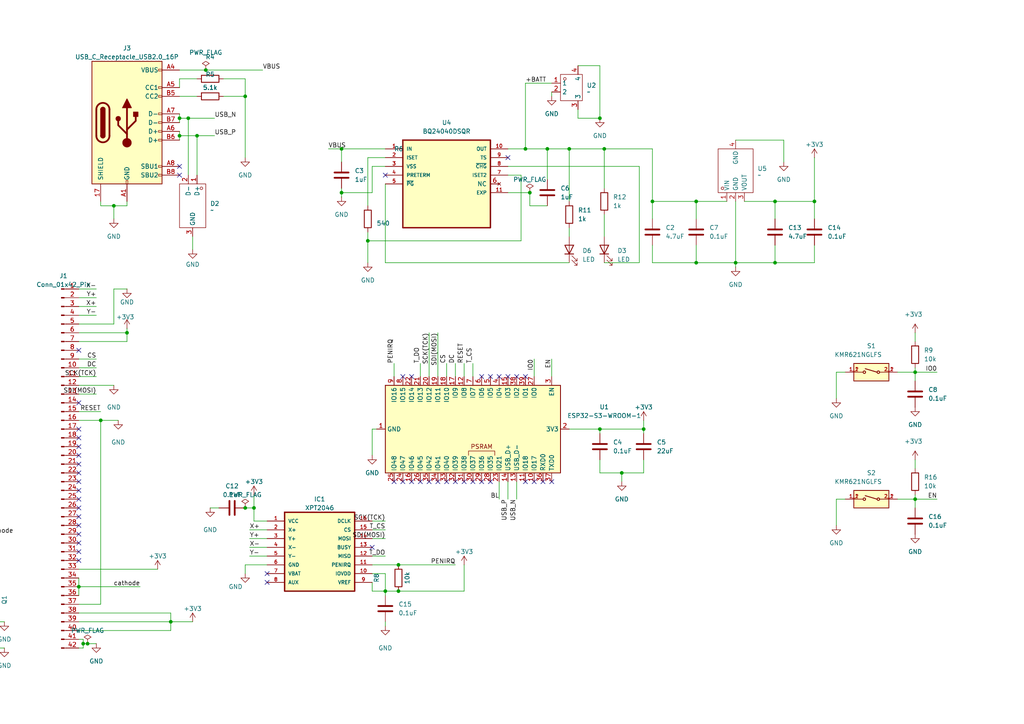
<source format=kicad_sch>
(kicad_sch (version 20250114) (generator "eeschema") (generator_version "9.0")
  (paper "A4")
  (lib_symbols
    (symbol "BQ24040DSQR:BQ24040DSQR" (pin_names (offset 1.016))
      (property "Reference" "U" (at -12.7 13.7 0))
      (property "Value" "BQ24040DSQR" (at -12.7 -16.7 0))
      (symbol "BQ24040DSQR_0_0"
        (pin input line (at -17.78 10.16 0) (length 5.08) (name "IN") (number "1"))
        (pin input line (at -17.78 7.62 0) (length 5.08) (name "ISET") (number "2"))
        (pin power_in line (at -17.78 5.08 0) (length 5.08) (name "VSS") (number "3"))
        (pin input line (at -17.78 2.54 0) (length 5.08) (name "PRETERM") (number "4"))
        (pin output line (at -17.78 0 0) (length 5.08) (name "~{PG}") (number "5"))
        (pin input line (at 17.78 7.62 180) (length 5.08) (name "TS") (number "9"))
        (pin output line (at 17.78 5.08 180) (length 5.08) (name "~{CHG}") (number "8"))
        (pin input line (at 17.78 2.54 180) (length 5.08) (name "ISET2") (number "7"))
        (pin power_in line (at 17.78 -2.54 180) (length 5.08) (name "EXP") (number "11"))
      )
      (symbol "BQ24040DSQR_1_0"
        (pin output line (at 17.78 10.16 180) (length 5.08) (name "OUT") (number "10"))
      )
      (symbol "BQ24040DSQR_1_1"
        (pin no_connect line (at 15.24 0 180) (length 2.54) (name "NC") (number "6"))
      )
    )
    (symbol "Connector:Conn_01x42_Pin" (pin_names (offset 1.016) (hide yes))
      (property "Reference" "J" (at 0 53.34 0))
      (property "Value" "Conn_01x42_Pin" (at 0 -55.88 0))
      (symbol "Conn_01x42_Pin_1_1"
        (pin passive line (at 5.08 50.8 180) (length 3.81) (name "Pin_1") (number "1"))
        (pin passive line (at 5.08 48.26 180) (length 3.81) (name "Pin_2") (number "2"))
        (pin passive line (at 5.08 45.72 180) (length 3.81) (name "Pin_3") (number "3"))
        (pin passive line (at 5.08 43.18 180) (length 3.81) (name "Pin_4") (number "4"))
        (pin passive line (at 5.08 40.64 180) (length 3.81) (name "Pin_5") (number "5"))
        (pin passive line (at 5.08 38.1 180) (length 3.81) (name "Pin_6") (number "6"))
        (pin passive line (at 5.08 35.56 180) (length 3.81) (name "Pin_7") (number "7"))
        (pin passive line (at 5.08 33.02 180) (length 3.81) (name "Pin_8") (number "8"))
        (pin passive line (at 5.08 30.48 180) (length 3.81) (name "Pin_9") (number "9"))
        (pin passive line (at 5.08 27.94 180) (length 3.81) (name "Pin_10") (number "10"))
        (pin passive line (at 5.08 25.4 180) (length 3.81) (name "Pin_11") (number "11"))
        (pin passive line (at 5.08 22.86 180) (length 3.81) (name "Pin_12") (number "12"))
        (pin passive line (at 5.08 20.32 180) (length 3.81) (name "Pin_13") (number "13"))
        (pin passive line (at 5.08 17.78 180) (length 3.81) (name "Pin_14") (number "14"))
        (pin passive line (at 5.08 15.24 180) (length 3.81) (name "Pin_15") (number "15"))
        (pin passive line (at 5.08 12.7 180) (length 3.81) (name "Pin_16") (number "16"))
        (pin passive line (at 5.08 10.16 180) (length 3.81) (name "Pin_17") (number "17"))
        (pin passive line (at 5.08 7.62 180) (length 3.81) (name "Pin_18") (number "18"))
        (pin passive line (at 5.08 5.08 180) (length 3.81) (name "Pin_19") (number "19"))
        (pin passive line (at 5.08 2.54 180) (length 3.81) (name "Pin_20") (number "20"))
        (pin passive line (at 5.08 0 180) (length 3.81) (name "Pin_21") (number "21"))
        (pin passive line (at 5.08 -2.54 180) (length 3.81) (name "Pin_22") (number "22"))
        (pin passive line (at 5.08 -5.08 180) (length 3.81) (name "Pin_23") (number "23"))
        (pin passive line (at 5.08 -7.62 180) (length 3.81) (name "Pin_24") (number "24"))
        (pin passive line (at 5.08 -10.16 180) (length 3.81) (name "Pin_25") (number "25"))
        (pin passive line (at 5.08 -12.7 180) (length 3.81) (name "Pin_26") (number "26"))
        (pin passive line (at 5.08 -15.24 180) (length 3.81) (name "Pin_27") (number "27"))
        (pin passive line (at 5.08 -17.78 180) (length 3.81) (name "Pin_28") (number "28"))
        (pin passive line (at 5.08 -20.32 180) (length 3.81) (name "Pin_29") (number "29"))
        (pin passive line (at 5.08 -22.86 180) (length 3.81) (name "Pin_30") (number "30"))
        (pin passive line (at 5.08 -25.4 180) (length 3.81) (name "Pin_31") (number "31"))
        (pin passive line (at 5.08 -27.94 180) (length 3.81) (name "Pin_32") (number "32"))
        (pin passive line (at 5.08 -30.48 180) (length 3.81) (name "Pin_33") (number "33"))
        (pin passive line (at 5.08 -33.02 180) (length 3.81) (name "Pin_34") (number "34"))
        (pin passive line (at 5.08 -35.56 180) (length 3.81) (name "Pin_35") (number "35"))
        (pin passive line (at 5.08 -38.1 180) (length 3.81) (name "Pin_36") (number "36"))
        (pin passive line (at 5.08 -40.64 180) (length 3.81) (name "Pin_37") (number "37"))
        (pin passive line (at 5.08 -43.18 180) (length 3.81) (name "Pin_38") (number "38"))
        (pin passive line (at 5.08 -45.72 180) (length 3.81) (name "Pin_39") (number "39"))
        (pin passive line (at 5.08 -48.26 180) (length 3.81) (name "Pin_40") (number "40"))
        (pin passive line (at 5.08 -50.8 180) (length 3.81) (name "Pin_41") (number "41"))
        (pin passive line (at 5.08 -53.34 180) (length 3.81) (name "Pin_42") (number "42"))
      )
    )
    (symbol "Device:C" (pin_numbers (hide yes)) (pin_names (offset 0.254))
      (property "Reference" "C" (at 0.635 2.54 0))
      (property "Value" "C" (at 0.635 -2.54 0))
      (symbol "C_1_1"
        (pin passive line (at 0 3.81 270) (length 2.794) (name "~") (number "1"))
        (pin passive line (at 0 -3.81 90) (length 2.794) (name "~") (number "2"))
      )
    )
    (symbol "Device:LED" (pin_numbers (hide yes)) (pin_names (offset 1.016) (hide yes))
      (property "Reference" "D" (at 0 2.54 0))
      (property "Value" "LED" (at 0 -2.54 0))
      (symbol "LED_1_1"
        (pin passive line (at -3.81 0 0) (length 2.54) (name "K") (number "1"))
        (pin passive line (at 3.81 0 180) (length 2.54) (name "A") (number "2"))
      )
    )
    (symbol "Device:R" (pin_numbers (hide yes)) (pin_names (offset 0))
      (property "Reference" "R" (at 2.032 0 90))
      (property "Value" "R" (at 0 0 90))
      (symbol "R_1_1"
        (pin passive line (at 0 3.81 270) (length 1.27) (name "~") (number "1"))
        (pin passive line (at 0 -3.81 90) (length 1.27) (name "~") (number "2"))
      )
    )
    (symbol "KMR621NGLFS:KMR621NGLFS" (pin_names (offset 1.016))
      (property "Reference" "S" (at -5.08 3.302 0))
      (property "Value" "KMR621NGLFS" (at -5.08 -5.08 0))
      (symbol "KMR621NGLFS_0_0"
        (pin passive line (at -7.62 0 0) (length 5.08) (name "~") (number "1_1"))
        (pin passive line (at -7.62 0 0) (length 5.08) (name "~") (number "1_2"))
        (pin passive line (at 7.62 0 180) (length 5.08) (name "~") (number "2_1"))
        (pin passive line (at 7.62 0 180) (length 5.08) (name "~") (number "2_2"))
      )
    )
    (symbol "New_Library:MCP1826S-3302E/DB"
      (property "Reference" "U" (at 0 0 0))
      (symbol "MCP1826S-3302E/DB_1_0"
        (pin input line (at -8.89 2.54 0) (length 2.54) (name "VIN") (number "1"))
        (pin input line (at -8.89 0 0) (length 2.54) (name "GND") (number "2"))
        (pin input line (at -8.89 -2.54 0) (length 2.54) (name "VOUT") (number "3"))
        (pin input line (at 8.89 0 180) (length 2.54) (name "GND") (number "4"))
      )
    )
    (symbol "New_Library:TPD2EUSB30DRTR-TP"
      (property "Reference" "D" (at 0 0 0))
      (symbol "TPD2EUSB30DRTR-TP_1_0"
        (pin bidirectional line (at -8.89 1.27 0) (length 2.54) (name "D+") (number "1"))
        (pin bidirectional line (at -8.89 -1.27 0) (length 2.54) (name "D-") (number "2"))
        (pin power_in line (at 8.89 0 180) (length 2.54) (name "GND") (number "3"))
      )
    )
    (symbol "New_Library:USB_C_Receptacle_USB2.0_16P" (pin_names (offset 1.016))
      (property "Reference" "J" (at 0 22.225 0))
      (property "Value" "USB_C_Receptacle_USB2.0_16P" (at 0 19.685 0))
      (symbol "USB_C_Receptacle_USB2.0_16P_1_1"
        (pin passive line (at -7.62 -22.86 90) (length 5.08) (name "SHIELD") (number "17"))
        (pin passive line (at -7.62 -22.86 90) (length 5.08) (hide yes) (name "SHIELD") (number "18"))
        (pin passive line (at -7.62 -22.86 90) (length 5.08) (hide yes) (name "SHIELD") (number "19"))
        (pin passive line (at -7.62 -22.86 90) (length 5.08) (hide yes) (name "SHIELD") (number "20"))
        (pin passive line (at 0 -22.86 90) (length 5.08) (name "GND") (number "A1"))
        (pin passive line (at 0 -22.86 90) (length 5.08) (hide yes) (name "GND") (number "A12"))
        (pin passive line (at 0 -22.86 90) (length 5.08) (hide yes) (name "GND") (number "B1"))
        (pin passive line (at 0 -22.86 90) (length 5.08) (hide yes) (name "GND") (number "B12"))
        (pin passive line (at 15.24 15.24 180) (length 5.08) (name "VBUS") (number "A4"))
        (pin passive line (at 15.24 15.24 180) (length 5.08) (hide yes) (name "VBUS") (number "A9"))
        (pin passive line (at 15.24 15.24 180) (length 5.08) (hide yes) (name "VBUS") (number "B4"))
        (pin passive line (at 15.24 15.24 180) (length 5.08) (hide yes) (name "VBUS") (number "B9"))
        (pin bidirectional line (at 15.24 10.16 180) (length 5.08) (name "CC1") (number "A5"))
        (pin bidirectional line (at 15.24 7.62 180) (length 5.08) (name "CC2") (number "B5"))
        (pin bidirectional line (at 15.24 2.54 180) (length 5.08) (name "D-") (number "A7"))
        (pin bidirectional line (at 15.24 0 180) (length 5.08) (name "D-") (number "B7"))
        (pin bidirectional line (at 15.24 -2.54 180) (length 5.08) (name "D+") (number "A6"))
        (pin bidirectional line (at 15.24 -5.08 180) (length 5.08) (name "D+") (number "B6"))
        (pin bidirectional line (at 15.24 -12.7 180) (length 5.08) (name "SBU1") (number "A8"))
        (pin bidirectional line (at 15.24 -15.24 180) (length 5.08) (name "SBU2") (number "B8"))
      )
    )
    (symbol "New_Library:ZX-PH2.0-WT2P"
      (property "Reference" "U" (at 0 0 0))
      (symbol "ZX-PH2.0-WT2P_1_0"
        (pin power_in line (at -3.81 1.27 0) (length 2.54) (name "1") (number "1"))
        (pin power_in line (at -3.81 -1.27 0) (length 2.54) (name "2") (number "2"))
        (pin passive line (at 3.81 6.35 270) (length 2.54) (name "4") (number "4"))
        (pin passive line (at 3.81 -6.35 90) (length 2.54) (name "3") (number "3"))
      )
    )
    (symbol "RF_Module:ESP32-S3-WROOM-1"
      (property "Reference" "U" (at -12.7 26.67 0))
      (property "Value" "ESP32-S3-WROOM-1" (at 12.7 26.67 0))
      (symbol "ESP32-S3-WROOM-1_0_0"
        (text "PSRAM" (at 5.08 2.54 900) (effects (font (size 1.27 1.27))))
      )
      (symbol "ESP32-S3-WROOM-1_1_1"
        (pin input line (at -15.24 22.86 0) (length 2.54) (name "EN") (number "3"))
        (pin bidirectional line (at -15.24 17.78 0) (length 2.54) (name "IO0") (number "27"))
        (pin bidirectional line (at -15.24 15.24 0) (length 2.54) (name "IO1") (number "39"))
        (pin bidirectional line (at -15.24 12.7 0) (length 2.54) (name "IO2") (number "38"))
        (pin bidirectional line (at -15.24 10.16 0) (length 2.54) (name "IO3") (number "15"))
        (pin bidirectional line (at -15.24 7.62 0) (length 2.54) (name "IO4") (number "4"))
        (pin bidirectional line (at -15.24 5.08 0) (length 2.54) (name "IO5") (number "5"))
        (pin bidirectional line (at -15.24 2.54 0) (length 2.54) (name "IO6") (number "6"))
        (pin bidirectional line (at -15.24 0 0) (length 2.54) (name "IO7") (number "7"))
        (pin bidirectional line (at -15.24 -2.54 0) (length 2.54) (name "IO8") (number "12"))
        (pin bidirectional line (at -15.24 -5.08 0) (length 2.54) (name "IO9") (number "17"))
        (pin bidirectional line (at -15.24 -7.62 0) (length 2.54) (name "IO10") (number "18"))
        (pin bidirectional line (at -15.24 -10.16 0) (length 2.54) (name "IO11") (number "19"))
        (pin bidirectional line (at -15.24 -12.7 0) (length 2.54) (name "IO12") (number "20"))
        (pin bidirectional line (at -15.24 -15.24 0) (length 2.54) (name "IO13") (number "21"))
        (pin bidirectional line (at -15.24 -17.78 0) (length 2.54) (name "IO14") (number "22"))
        (pin bidirectional line (at -15.24 -20.32 0) (length 2.54) (name "IO15") (number "8"))
        (pin bidirectional line (at -15.24 -22.86 0) (length 2.54) (name "IO16") (number "9"))
        (pin power_in line (at 0 27.94 270) (length 2.54) (name "3V3") (number "2"))
        (pin power_in line (at 0 -27.94 90) (length 2.54) (name "GND") (number "1"))
        (pin passive line (at 0 -27.94 90) (length 2.54) (hide yes) (name "GND") (number "40"))
        (pin passive line (at 0 -27.94 90) (length 2.54) (hide yes) (name "GND") (number "41"))
        (pin bidirectional line (at 15.24 22.86 180) (length 2.54) (name "TXD0") (number "37"))
        (pin bidirectional line (at 15.24 20.32 180) (length 2.54) (name "RXD0") (number "36"))
        (pin bidirectional line (at 15.24 17.78 180) (length 2.54) (name "IO17") (number "10"))
        (pin bidirectional line (at 15.24 15.24 180) (length 2.54) (name "IO18") (number "11"))
        (pin bidirectional line (at 15.24 12.7 180) (length 2.54) (name "USB_D-") (number "13"))
        (pin bidirectional line (at 15.24 10.16 180) (length 2.54) (name "USB_D+") (number "14"))
        (pin bidirectional line (at 15.24 7.62 180) (length 2.54) (name "IO21") (number "23"))
        (pin bidirectional line (at 15.24 5.08 180) (length 2.54) (name "IO35") (number "28"))
        (pin bidirectional line (at 15.24 2.54 180) (length 2.54) (name "IO36") (number "29"))
        (pin bidirectional line (at 15.24 0 180) (length 2.54) (name "IO37") (number "30"))
        (pin bidirectional line (at 15.24 -2.54 180) (length 2.54) (name "IO38") (number "31"))
        (pin bidirectional line (at 15.24 -5.08 180) (length 2.54) (name "IO39") (number "32"))
        (pin bidirectional line (at 15.24 -7.62 180) (length 2.54) (name "IO40") (number "33"))
        (pin bidirectional line (at 15.24 -10.16 180) (length 2.54) (name "IO41") (number "34"))
        (pin bidirectional line (at 15.24 -12.7 180) (length 2.54) (name "IO42") (number "35"))
        (pin bidirectional line (at 15.24 -15.24 180) (length 2.54) (name "IO45") (number "26"))
        (pin bidirectional line (at 15.24 -17.78 180) (length 2.54) (name "IO46") (number "16"))
        (pin bidirectional line (at 15.24 -20.32 180) (length 2.54) (name "IO47") (number "24"))
        (pin bidirectional line (at 15.24 -22.86 180) (length 2.54) (name "IO48") (number "25"))
      )
    )
    (symbol "Transistor_FET:2N7002" (pin_names (hide yes))
      (property "Reference" "Q" (at 5.08 1.905 0))
      (property "Value" "2N7002" (at 5.08 0 0))
      (symbol "2N7002_1_1"
        (pin input line (at -5.08 0 0) (length 2.54) (name "G") (number "1"))
        (pin passive line (at 2.54 5.08 270) (length 2.54) (name "D") (number "3"))
        (pin passive line (at 2.54 -5.08 90) (length 2.54) (name "S") (number "2"))
      )
    )
    (symbol "XPT2046:XPT2046" (pin_names (offset 1.016))
      (property "Reference" "IC" (at 5.08 8.255 0))
      (property "Value" "XPT2046" (at 5.08 5.08 0))
      (symbol "XPT2046_0_0"
        (pin passive line (at 0 0 0) (length 5.08) (name "VCC") (number "1"))
        (pin passive line (at 0 -2.54 0) (length 5.08) (name "X+") (number "2"))
        (pin passive line (at 0 -5.08 0) (length 5.08) (name "Y+") (number "3"))
        (pin passive line (at 0 -7.62 0) (length 5.08) (name "X-") (number "4"))
        (pin passive line (at 0 -10.16 0) (length 5.08) (name "Y-") (number "5"))
        (pin passive line (at 0 -12.7 0) (length 5.08) (name "GND") (number "6"))
        (pin passive line (at 0 -15.24 0) (length 5.08) (name "VBAT") (number "7"))
        (pin passive line (at 0 -17.78 0) (length 5.08) (name "AUX") (number "8"))
        (pin passive line (at 30.48 0 180) (length 5.08) (name "DCLK") (number "16"))
        (pin passive line (at 30.48 -2.54 180) (length 5.08) (name "CS") (number "15"))
        (pin passive line (at 30.48 -5.08 180) (length 5.08) (name "MOSI") (number "14"))
        (pin passive line (at 30.48 -7.62 180) (length 5.08) (name "BUSY") (number "13"))
        (pin passive line (at 30.48 -10.16 180) (length 5.08) (name "MISO") (number "12"))
        (pin passive line (at 30.48 -12.7 180) (length 5.08) (name "PENIRQ") (number "11"))
        (pin passive line (at 30.48 -15.24 180) (length 5.08) (name "IOVDD") (number "10"))
        (pin passive line (at 30.48 -17.78 180) (length 5.08) (name "VREF") (number "9"))
      )
    )
    (symbol "power:+3V3" (power) (pin_numbers (hide yes)) (pin_names (offset 0) (hide yes))
      (property "Value" "+3V3" (at 0 3.556 0))
      (symbol "+3V3_1_1"
        (pin power_in line (at 0 0 90) (length 0) (name "~") (number "1"))
      )
    )
    (symbol "power:GND" (power) (pin_numbers (hide yes)) (pin_names (offset 0) (hide yes))
      (property "Value" "GND" (at 0 -3.81 0))
      (symbol "GND_1_1"
        (pin power_in line (at 0 0 270) (length 0) (name "~") (number "1"))
      )
    )
    (symbol "power:PWR_FLAG" (power) (pin_numbers (hide yes)) (pin_names (offset 0) (hide yes))
      (property "Value" "PWR_FLAG" (at 0 3.81 0))
      (symbol "PWR_FLAG_0_0"
        (pin power_out line (at 0 0 90) (length 0) (name "~") (number "1"))
      )
    )
  )
  (junction (at 236.22 58.42))
  (junction (at 115.57 171.45))
  (junction (at 213.36 76.2))
  (junction (at 24.13 186.69))
  (junction (at 99.06 55.88))
  (junction (at 25.4 186.69))
  (junction (at 175.26 43.18))
  (junction (at 99.06 43.18))
  (junction (at 224.79 76.2))
  (junction (at 54.61 34.29))
  (junction (at 52.07 39.37))
  (junction (at 49.53 180.34))
  (junction (at 29.21 121.92))
  (junction (at 173.99 124.46))
  (junction (at 33.02 59.69))
  (junction (at 115.57 163.83))
  (junction (at 201.93 58.42))
  (junction (at 106.68 69.85))
  (junction (at 186.69 124.46))
  (junction (at 59.69 20.32))
  (junction (at 265.43 144.78))
  (junction (at 224.79 58.42))
  (junction (at 265.43 107.95))
  (junction (at 22.86 170.18))
  (junction (at -12.7 173.99))
  (junction (at 173.99 34.29))
  (junction (at 36.83 96.52))
  (junction (at 111.76 171.45))
  (junction (at 201.93 76.2))
  (junction (at 57.15 39.37))
  (junction (at 153.67 55.88))
  (junction (at 71.12 147.32))
  (junction (at 152.4 43.18))
  (junction (at 71.12 27.94))
  (junction (at 73.66 147.32))
  (junction (at 189.23 58.42))
  (junction (at 180.34 137.16))
  (junction (at 52.07 34.29))
  (junction (at 158.75 43.18))
  (junction (at 165.1 43.18))
  (no_connect (at 77.47 166.37))
  (no_connect (at 121.92 139.7))
  (no_connect (at 134.62 139.7))
  (no_connect (at 22.86 160.02))
  (no_connect (at 149.86 109.22))
  (no_connect (at 132.08 139.7))
  (no_connect (at 52.07 48.26))
  (no_connect (at 147.32 109.22))
  (no_connect (at 152.4 139.7))
  (no_connect (at 127 139.7))
  (no_connect (at 129.54 139.7))
  (no_connect (at 22.86 152.4))
  (no_connect (at 119.38 109.22))
  (no_connect (at 22.86 154.94))
  (no_connect (at 142.24 139.7))
  (no_connect (at 124.46 139.7))
  (no_connect (at 139.7 139.7))
  (no_connect (at 119.38 139.7))
  (no_connect (at 114.3 139.7))
  (no_connect (at 139.7 109.22))
  (no_connect (at 22.86 127))
  (no_connect (at 154.94 139.7))
  (no_connect (at 137.16 139.7))
  (no_connect (at 22.86 144.78))
  (no_connect (at 77.47 168.91))
  (no_connect (at 22.86 101.6))
  (no_connect (at 152.4 109.22))
  (no_connect (at 52.07 50.8))
  (no_connect (at 22.86 124.46))
  (no_connect (at 111.76 50.8))
  (no_connect (at 22.86 129.54))
  (no_connect (at 142.24 109.22))
  (no_connect (at 160.02 139.7))
  (no_connect (at 22.86 116.84))
  (no_connect (at 22.86 134.62))
  (no_connect (at 107.95 158.75))
  (no_connect (at 116.84 109.22))
  (no_connect (at 22.86 149.86))
  (no_connect (at 22.86 157.48))
  (no_connect (at 22.86 147.32))
  (no_connect (at 22.86 162.56))
  (no_connect (at 147.32 45.72))
  (no_connect (at 22.86 132.08))
  (no_connect (at 144.78 109.22))
  (no_connect (at 22.86 137.16))
  (no_connect (at 22.86 142.24))
  (no_connect (at 157.48 139.7))
  (no_connect (at 116.84 139.7))
  (no_connect (at 22.86 139.7))
  (wire (pts (xy 99.06 55.88) (xy 99.06 54.61)))
  (wire (pts (xy 73.66 147.32) (xy 73.66 151.13)))
  (wire (pts (xy 22.86 121.92) (xy 29.21 121.92)))
  (wire (pts (xy 165.1 43.18) (xy 165.1 58.42)))
  (wire (pts (xy 129.54 105.41) (xy 129.54 109.22)))
  (wire (pts (xy 55.88 68.58) (xy 55.88 72.39)))
  (wire (pts (xy 107.95 163.83) (xy 115.57 163.83)))
  (wire (pts (xy 189.23 76.2) (xy 201.93 76.2)))
  (wire (pts (xy 224.79 76.2) (xy 236.22 76.2)))
  (wire (pts (xy 22.86 175.26) (xy 29.21 175.26)))
  (wire (pts (xy 165.1 66.04) (xy 165.1 68.58)))
  (wire (pts (xy 27.94 114.3) (xy 22.86 114.3)))
  (wire (pts (xy 186.69 124.46) (xy 186.69 125.73)))
  (wire (pts (xy 52.07 34.29) (xy 52.07 35.56)))
  (wire (pts (xy 107.95 171.45) (xy 107.95 168.91)))
  (wire (pts (xy 134.62 163.83) (xy 134.62 171.45)))
  (wire (pts (xy 24.13 185.42) (xy 24.13 186.69)))
  (wire (pts (xy 153.67 55.88) (xy 147.32 55.88)))
  (wire (pts (xy 64.77 27.94) (xy 71.12 27.94)))
  (wire (pts (xy 29.21 121.92) (xy 34.29 121.92)))
  (wire (pts (xy 33.02 83.82) (xy 36.83 83.82)))
  (wire (pts (xy 22.86 170.18) (xy 22.86 172.72)))
  (wire (pts (xy 189.23 76.2) (xy 189.23 71.12)))
  (wire (pts (xy 107.95 166.37) (xy 111.76 166.37)))
  (wire (pts (xy 36.83 99.06) (xy 36.83 96.52)))
  (wire (pts (xy 149.86 139.7) (xy 149.86 144.78)))
  (wire (pts (xy 127 96.52) (xy 127 109.22)))
  (wire (pts (xy 52.07 22.86) (xy 57.15 22.86)))
  (wire (pts (xy 22.86 104.14) (xy 27.94 104.14)))
  (wire (pts (xy 260.35 144.78) (xy 265.43 144.78)))
  (wire (pts (xy 153.67 59.69) (xy 153.67 55.88)))
  (wire (pts (xy 95.25 43.18) (xy 99.06 43.18)))
  (wire (pts (xy 99.06 57.15) (xy 99.06 55.88)))
  (wire (pts (xy 27.94 109.22) (xy 22.86 109.22)))
  (wire (pts (xy 189.23 63.5) (xy 189.23 58.42)))
  (wire (pts (xy 201.93 71.12) (xy 201.93 76.2)))
  (wire (pts (xy 115.57 171.45) (xy 134.62 171.45)))
  (wire (pts (xy 36.83 58.42) (xy 36.83 59.69)))
  (wire (pts (xy 265.43 144.78) (xy 271.78 144.78)))
  (wire (pts (xy 175.26 76.2) (xy 185.42 76.2)))
  (wire (pts (xy -11.43 173.99) (xy -12.7 173.99)))
  (wire (pts (xy 64.77 22.86) (xy 71.12 22.86)))
  (wire (pts (xy 33.02 59.69) (xy 36.83 59.69)))
  (wire (pts (xy 72.39 161.29) (xy 77.47 161.29)))
  (wire (pts (xy 22.86 167.64) (xy 22.86 170.18)))
  (wire (pts (xy 236.22 76.2) (xy 236.22 71.12)))
  (wire (pts (xy 72.39 158.75) (xy 77.47 158.75)))
  (wire (pts (xy 22.86 187.96) (xy 24.13 187.96)))
  (wire (pts (xy 71.12 22.86) (xy 71.12 27.94)))
  (wire (pts (xy 73.66 143.51) (xy 73.66 147.32)))
  (wire (pts (xy 33.02 93.98) (xy 22.86 93.98)))
  (wire (pts (xy 173.99 124.46) (xy 186.69 124.46)))
  (wire (pts (xy 227.33 40.64) (xy 227.33 46.99)))
  (wire (pts (xy 242.57 144.78) (xy 245.11 144.78)))
  (wire (pts (xy 167.64 19.05) (xy 173.99 19.05)))
  (wire (pts (xy 213.36 76.2) (xy 224.79 76.2)))
  (wire (pts (xy 107.95 124.46) (xy 109.22 124.46)))
  (wire (pts (xy 24.13 186.69) (xy 25.4 186.69)))
  (wire (pts (xy 49.53 180.34) (xy 55.88 180.34)))
  (wire (pts (xy 71.12 147.32) (xy 73.66 147.32)))
  (wire (pts (xy 22.86 177.8) (xy 49.53 177.8)))
  (wire (pts (xy 137.16 105.41) (xy 137.16 109.22)))
  (wire (pts (xy 99.06 43.18) (xy 111.76 43.18)))
  (wire (pts (xy 115.57 163.83) (xy 132.08 163.83)))
  (wire (pts (xy 54.61 34.29) (xy 54.61 50.8)))
  (wire (pts (xy 111.76 76.2) (xy 165.1 76.2)))
  (wire (pts (xy 71.12 163.83) (xy 71.12 166.37)))
  (wire (pts (xy 52.07 39.37) (xy 52.07 40.64)))
  (wire (pts (xy 224.79 76.2) (xy 224.79 71.12)))
  (wire (pts (xy 147.32 50.8) (xy 151.13 50.8)))
  (wire (pts (xy 111.76 48.26) (xy 107.95 48.26)))
  (wire (pts (xy 185.42 76.2) (xy 185.42 48.26)))
  (wire (pts (xy 52.07 34.29) (xy 54.61 34.29)))
  (wire (pts (xy 160.02 104.14) (xy 160.02 109.22)))
  (wire (pts (xy 201.93 58.42) (xy 201.93 63.5)))
  (wire (pts (xy 111.76 45.72) (xy 106.68 45.72)))
  (wire (pts (xy 186.69 121.92) (xy 186.69 124.46)))
  (wire (pts (xy 154.94 104.14) (xy 154.94 109.22)))
  (wire (pts (xy -2.54 187.96) (xy 1.27 187.96)))
  (wire (pts (xy 27.94 86.36) (xy 22.86 86.36)))
  (wire (pts (xy 49.53 177.8) (xy 49.53 180.34)))
  (wire (pts (xy 114.3 105.41) (xy 114.3 109.22)))
  (wire (pts (xy 99.06 43.18) (xy 99.06 46.99)))
  (wire (pts (xy 111.76 172.72) (xy 111.76 171.45)))
  (wire (pts (xy 265.43 96.52) (xy 265.43 99.06)))
  (wire (pts (xy 22.86 111.76) (xy 33.02 111.76)))
  (wire (pts (xy 52.07 20.32) (xy 59.69 20.32)))
  (wire (pts (xy 24.13 186.69) (xy 24.13 187.96)))
  (wire (pts (xy 132.08 105.41) (xy 132.08 109.22)))
  (wire (pts (xy 22.86 170.18) (xy 40.64 170.18)))
  (wire (pts (xy 111.76 151.13) (xy 107.95 151.13)))
  (wire (pts (xy 77.47 151.13) (xy 73.66 151.13)))
  (wire (pts (xy 242.57 144.78) (xy 242.57 152.4)))
  (wire (pts (xy 111.76 153.67) (xy 107.95 153.67)))
  (wire (pts (xy 236.22 63.5) (xy 236.22 58.42)))
  (wire (pts (xy 180.34 137.16) (xy 180.34 139.7)))
  (wire (pts (xy 260.35 107.95) (xy 265.43 107.95)))
  (wire (pts (xy 167.64 34.29) (xy 167.64 31.75)))
  (wire (pts (xy 152.4 43.18) (xy 158.75 43.18)))
  (wire (pts (xy 107.95 48.26) (xy 107.95 55.88)))
  (wire (pts (xy 265.43 106.68) (xy 265.43 107.95)))
  (wire (pts (xy 59.69 20.32) (xy 76.2 20.32)))
  (wire (pts (xy 72.39 153.67) (xy 77.47 153.67)))
  (wire (pts (xy 107.95 132.08) (xy 107.95 124.46)))
  (wire (pts (xy 52.07 39.37) (xy 57.15 39.37)))
  (wire (pts (xy 173.99 124.46) (xy 173.99 125.73)))
  (wire (pts (xy 49.53 182.88) (xy 49.53 180.34)))
  (wire (pts (xy 265.43 143.51) (xy 265.43 144.78)))
  (wire (pts (xy 107.95 161.29) (xy 111.76 161.29)))
  (wire (pts (xy 27.94 88.9) (xy 22.86 88.9)))
  (wire (pts (xy 153.67 59.69) (xy 158.75 59.69)))
  (wire (pts (xy 173.99 133.35) (xy 173.99 137.16)))
  (wire (pts (xy 52.07 22.86) (xy 52.07 25.4)))
  (wire (pts (xy 22.86 99.06) (xy 36.83 99.06)))
  (wire (pts (xy 111.76 53.34) (xy 111.76 76.2)))
  (wire (pts (xy 165.1 124.46) (xy 173.99 124.46)))
  (wire (pts (xy 144.78 139.7) (xy 144.78 144.78)))
  (wire (pts (xy 121.92 105.41) (xy 121.92 109.22)))
  (wire (pts (xy 22.86 96.52) (xy 36.83 96.52)))
  (wire (pts (xy 265.43 107.95) (xy 265.43 110.49)))
  (wire (pts (xy 29.21 58.42) (xy 29.21 59.69)))
  (wire (pts (xy 160.02 27.94) (xy 160.02 26.67)))
  (wire (pts (xy 111.76 166.37) (xy 111.76 171.45)))
  (wire (pts (xy 33.02 83.82) (xy 33.02 93.98)))
  (wire (pts (xy 173.99 19.05) (xy 173.99 34.29)))
  (wire (pts (xy 52.07 34.29) (xy 52.07 33.02)))
  (wire (pts (xy 175.26 43.18) (xy 175.26 54.61)))
  (wire (pts (xy 201.93 58.42) (xy 210.82 58.42)))
  (wire (pts (xy 124.46 96.52) (xy 124.46 109.22)))
  (wire (pts (xy 52.07 39.37) (xy 52.07 38.1)))
  (wire (pts (xy 186.69 133.35) (xy 186.69 137.16)))
  (wire (pts (xy 213.36 40.64) (xy 227.33 40.64)))
  (wire (pts (xy 151.13 69.85) (xy 106.68 69.85)))
  (wire (pts (xy 106.68 45.72) (xy 106.68 59.69)))
  (wire (pts (xy -3.81 180.34) (xy 1.27 180.34)))
  (wire (pts (xy 158.75 43.18) (xy 165.1 43.18)))
  (wire (pts (xy 60.96 147.32) (xy 63.5 147.32)))
  (wire (pts (xy 175.26 43.18) (xy 189.23 43.18)))
  (wire (pts (xy 265.43 144.78) (xy 265.43 147.32)))
  (wire (pts (xy 106.68 69.85) (xy 106.68 67.31)))
  (wire (pts (xy 54.61 34.29) (xy 62.23 34.29)))
  (wire (pts (xy 22.86 165.1) (xy 45.72 165.1)))
  (wire (pts (xy 242.57 107.95) (xy 242.57 115.57)))
  (wire (pts (xy 224.79 58.42) (xy 236.22 58.42)))
  (wire (pts (xy 213.36 77.47) (xy 213.36 76.2)))
  (wire (pts (xy 151.13 50.8) (xy 151.13 69.85)))
  (wire (pts (xy 22.86 180.34) (xy 49.53 180.34)))
  (wire (pts (xy 265.43 133.35) (xy 265.43 135.89)))
  (wire (pts (xy 57.15 39.37) (xy 62.23 39.37)))
  (wire (pts (xy -3.81 154.94) (xy -3.81 168.91)))
  (wire (pts (xy 236.22 45.72) (xy 236.22 58.42)))
  (wire (pts (xy 52.07 27.94) (xy 57.15 27.94)))
  (wire (pts (xy 147.32 139.7) (xy 147.32 144.78)))
  (wire (pts (xy -12.7 187.96) (xy -12.7 173.99)))
  (wire (pts (xy 173.99 34.29) (xy 167.64 34.29)))
  (wire (pts (xy 189.23 58.42) (xy 201.93 58.42)))
  (wire (pts (xy 134.62 105.41) (xy 134.62 109.22)))
  (wire (pts (xy 186.69 137.16) (xy 180.34 137.16)))
  (wire (pts (xy 22.86 185.42) (xy 24.13 185.42)))
  (wire (pts (xy 27.94 91.44) (xy 22.86 91.44)))
  (wire (pts (xy 152.4 24.13) (xy 152.4 43.18)))
  (wire (pts (xy 107.95 55.88) (xy 99.06 55.88)))
  (wire (pts (xy 71.12 163.83) (xy 77.47 163.83)))
  (wire (pts (xy 33.02 59.69) (xy 33.02 63.5)))
  (wire (pts (xy 71.12 27.94) (xy 71.12 45.72)))
  (wire (pts (xy -3.81 180.34) (xy -3.81 179.07)))
  (wire (pts (xy 111.76 156.21) (xy 107.95 156.21)))
  (wire (pts (xy 173.99 137.16) (xy 180.34 137.16)))
  (wire (pts (xy 72.39 156.21) (xy 77.47 156.21)))
  (wire (pts (xy 165.1 43.18) (xy 175.26 43.18)))
  (wire (pts (xy 36.83 95.25) (xy 36.83 96.52)))
  (wire (pts (xy 107.95 171.45) (xy 111.76 171.45)))
  (wire (pts (xy 111.76 171.45) (xy 115.57 171.45)))
  (wire (pts (xy -24.13 173.99) (xy -20.32 173.99)))
  (wire (pts (xy 185.42 48.26) (xy 147.32 48.26)))
  (wire (pts (xy 147.32 43.18) (xy 152.4 43.18)))
  (wire (pts (xy 111.76 181.61) (xy 111.76 180.34)))
  (wire (pts (xy 189.23 43.18) (xy 189.23 58.42)))
  (wire (pts (xy -12.7 187.96) (xy -10.16 187.96)))
  (wire (pts (xy 27.94 83.82) (xy 22.86 83.82)))
  (wire (pts (xy 106.68 76.2) (xy 106.68 69.85)))
  (wire (pts (xy 29.21 59.69) (xy 33.02 59.69)))
  (wire (pts (xy 213.36 58.42) (xy 213.36 76.2)))
  (wire (pts (xy 25.4 186.69) (xy 27.94 186.69)))
  (wire (pts (xy 152.4 24.13) (xy 160.02 24.13)))
  (wire (pts (xy 158.75 43.18) (xy 158.75 52.07)))
  (wire (pts (xy 265.43 107.95) (xy 271.78 107.95)))
  (wire (pts (xy 242.57 107.95) (xy 245.11 107.95)))
  (wire (pts (xy 29.21 121.92) (xy 29.21 175.26)))
  (wire (pts (xy 215.9 58.42) (xy 224.79 58.42)))
  (wire (pts (xy 57.15 39.37) (xy 57.15 50.8)))
  (wire (pts (xy 27.94 106.68) (xy 22.86 106.68)))
  (wire (pts (xy 201.93 76.2) (xy 213.36 76.2)))
  (wire (pts (xy 175.26 62.23) (xy 175.26 68.58)))
  (wire (pts (xy 22.86 182.88) (xy 49.53 182.88)))
  (wire (pts (xy 29.21 119.38) (xy 22.86 119.38)))
  (wire (pts (xy 224.79 58.42) (xy 224.79 63.5)))
  (label "IO0" (at 154.94 104.14 270))
  (label "EN" (at 160.02 104.14 270))
  (label "USB_P" (at 147.32 144.78 270))
  (label "USB_N" (at 62.23 34.29 0))
  (label "cathode" (at -3.81 154.94 0))
  (label "RESET" (at 29.21 119.38 180))
  (label "CS" (at 129.54 105.41 90))
  (label "Y+" (at 72.39 156.21 0))
  (label "T_DO" (at 111.76 161.29 180))
  (label "T_CS" (at 137.16 105.41 90))
  (label "SCK(TCK)" (at 27.94 109.22 180))
  (label "BL" (at -24.13 173.99 0))
  (label "DC" (at 27.94 106.68 180))
  (label "SDI(MOSI)" (at 111.76 156.21 180))
  (label "X+" (at 72.39 153.67 0))
  (label "VBUS" (at 95.25 43.18 0))
  (label "Y-" (at 72.39 161.29 0))
  (label "X-" (at 27.94 83.82 180))
  (label "+BATT" (at 152.4 24.13 0))
  (label "BL" (at 144.78 144.78 180))
  (label "CS" (at 27.94 104.14 180))
  (label "PENIRQ" (at 114.3 105.41 90))
  (label "T_DO" (at 121.92 105.41 90))
  (label "Y+" (at 27.94 86.36 180))
  (label "IO0" (at 271.78 107.95 180))
  (label "PENIRQ" (at 132.08 163.83 180))
  (label "cathode" (at 40.64 170.18 180))
  (label "RESET" (at 134.62 105.41 90))
  (label "X+" (at 27.94 88.9 180))
  (label "EN" (at 271.78 144.78 180))
  (label "SDI(MOSI)" (at 27.94 114.3 180))
  (label "SCK(TCK)" (at 124.46 96.52 270))
  (label "T_CS" (at 111.76 153.67 180))
  (label "USB_P" (at 62.23 39.37 0))
  (label "VBUS" (at 76.2 20.32 0))
  (label "SCK(TCK)" (at 111.76 151.13 180))
  (label "Y-" (at 27.94 91.44 180))
  (label "X-" (at 72.39 158.75 0))
  (label "USB_N" (at 149.86 144.78 270))
  (label "DC" (at 132.08 105.41 90))
  (label "SDI(MOSI)" (at 127 96.52 270))
  (symbol (lib_id "power:GND") (at 265.43 154.94 0) (unit 1)
    (property "Reference" "#PWR040" (effects (hide yes)))
    (property "Value" "GND" (at 265.43 160.02 0))
    (property "Description" "Power symbol creates a global label with name \"GND\" , ground" (effects (hide yes)))
  )
  (symbol (lib_id "Device:C") (at 189.23 67.31 0) (unit 1)
    (property "Reference" "C2" (at 193.04 66.0399 0) (effects (justify left)))
    (property "Value" "4.7uF" (at 193.04 68.5799 0) (effects (justify left)))
    (property "Footprint" "Capacitor_SMD:C_0603_1608Metric" (effects (hide yes)))
    (property "Description" "Unpolarized capacitor" (effects (hide yes)))
  )
  (symbol (lib_id "power:+3V3") (at 45.72 165.1 0) (unit 1)
    (property "Reference" "#PWR032" (effects (hide yes)))
    (property "Value" "+3V3" (at 45.72 161.29 0))
    (property "Description" "Power symbol creates a global label with name \"+3V3\"" (effects (hide yes)))
  )
  (symbol (lib_id "Device:R") (at -6.35 187.96 90) (unit 1)
    (property "Reference" "R22" (at -6.35 181.61 90))
    (property "Value" "10k" (at -6.35 190.5 90))
    (property "Footprint" "Resistor_SMD:R_0603_1608Metric" (effects (hide yes)))
    (property "Description" "mandatory for proper USB-C sink behavior" (effects (hide yes)))
  )
  (symbol (lib_id "power:PWR_FLAG") (at 59.69 20.32 0) (unit 1)
    (property "Reference" "#FLG01" (effects (hide yes)))
    (property "Value" "PWR_FLAG" (at 59.69 15.24 0))
    (property "Description" "Special symbol for telling ERC where power comes from" (effects (hide yes)))
  )
  (symbol (lib_id "RF_Module:ESP32-S3-WROOM-1") (at 137.16 124.46 270) (unit 1)
    (property "Reference" "U1" (at 175.26 118.0398 90))
    (property "Value" "ESP32-S3-WROOM-1" (at 175.26 120.5798 90))
    (property "Footprint" "RF_Module:ESP32-S3-WROOM-1" (effects (hide yes)))
    (property "Datasheet" "https://www.espressif.com/sites/default/files/documentation/esp32-s3-wroom-1_wroom-1u_datasheet_en.pdf" (effects (hide yes)))
    (property "Description" "RF Module, ESP32-S3 SoC, Wi-Fi 802.11b/g/n, Bluetooth, BLE, 32-bit, 3.3V, onboard antenna, SMD" (effects (hide yes)))
  )
  (symbol (lib_id "Device:C") (at 201.93 67.31 0) (unit 1)
    (property "Reference" "C7" (at 205.74 66.0399 0) (effects (justify left)))
    (property "Value" "0.1uF" (at 205.74 68.5799 0) (effects (justify left)))
    (property "Footprint" "Capacitor_SMD:C_0603_1608Metric" (effects (hide yes)))
    (property "Description" "Unpolarized capacitor" (effects (hide yes)))
  )
  (symbol (lib_id "Device:R") (at 265.43 102.87 0) (unit 1)
    (property "Reference" "R9" (at 267.97 101.5999 0) (effects (justify left)))
    (property "Value" "10k" (at 267.97 104.1399 0) (effects (justify left)))
    (property "Footprint" "Resistor_SMD:R_0603_1608Metric" (effects (hide yes)))
    (property "Description" "Resistor" (effects (hide yes)))
  )
  (symbol (lib_id "power:PWR_FLAG") (at 153.67 55.88 0) (unit 1)
    (property "Reference" "#FLG04" (effects (hide yes)))
    (property "Value" "PWR_FLAG" (at 153.67 52.07 0))
    (property "Description" "Special symbol for telling ERC where power comes from" (effects (hide yes)))
  )
  (symbol (lib_id "Device:C") (at 158.75 55.88 0) (unit 1)
    (property "Reference" "C6" (at 162.56 54.6099 0) (effects (justify left)))
    (property "Value" "1uF" (at 162.56 57.1499 0) (effects (justify left)))
    (property "Footprint" "Capacitor_SMD:C_0603_1608Metric" (effects (hide yes)))
    (property "Description" "Unpolarized capacitor" (effects (hide yes)))
  )
  (symbol (lib_id "Device:C") (at 111.76 176.53 180) (unit 1)
    (property "Reference" "C15" (at 115.57 175.2599 0) (effects (justify right)))
    (property "Value" "0.1uF" (at 115.57 177.7999 0) (effects (justify right)))
    (property "Footprint" "Capacitor_SMD:C_0603_1608Metric" (effects (hide yes)))
    (property "Description" "Unpolarized capacitor" (effects (hide yes)))
  )
  (symbol (lib_id "Device:R") (at 175.26 58.42 0) (unit 1)
    (property "Reference" "R12" (at 177.8 57.1499 0) (effects (justify left)))
    (property "Value" "1k" (at 177.8 59.6899 0) (effects (justify left)))
    (property "Footprint" "Resistor_SMD:R_0603_1608Metric" (effects (hide yes)))
    (property "Description" "Resistor" (effects (hide yes)))
  )
  (symbol (lib_id "Device:R") (at 265.43 139.7 0) (unit 1)
    (property "Reference" "R16" (at 267.97 138.4299 0) (effects (justify left)))
    (property "Value" "10k" (at 267.97 140.9699 0) (effects (justify left)))
    (property "Footprint" "Resistor_SMD:R_0603_1608Metric" (effects (hide yes)))
    (property "Description" "Resistor" (effects (hide yes)))
  )
  (symbol (lib_id "power:+3V3") (at 73.66 143.51 0) (unit 1)
    (property "Reference" "#PWR01" (effects (hide yes)))
    (property "Value" "+3V3" (at 73.66 139.7 0))
    (property "Description" "Power symbol creates a global label with name \"+3V3\"" (effects (hide yes)))
  )
  (symbol (lib_id "power:GND") (at 111.76 181.61 0) (unit 1)
    (property "Reference" "#PWR012" (effects (hide yes)))
    (property "Value" "GND" (at 111.76 187.96 0))
    (property "Description" "Power symbol creates a global label with name \"GND\" , ground" (effects (hide yes)))
  )
  (symbol (lib_id "Connector:Conn_01x42_Pin") (at 17.78 134.62 0) (unit 1)
    (property "Reference" "J1" (at 18.415 80.01 0))
    (property "Value" "Conn_01x42_Pin" (at 18.415 82.55 0))
    (property "Footprint" "MyLibrary:FFC-SMD_FFC05001-40SBB124W5M" (effects (hide yes)))
    (property "Description" "\"Generic connector, single row, 01x42, script generated\"" (effects (hide yes)))
  )
  (symbol (lib_id "power:+3V3") (at 55.88 180.34 0) (unit 1)
    (property "Reference" "#PWR030" (effects (hide yes)))
    (property "Value" "+3V3" (at 55.88 176.53 0))
    (property "Description" "Power symbol creates a global label with name \"+3V3\"" (effects (hide yes)))
  )
  (symbol (lib_id "power:GND") (at 71.12 166.37 0) (unit 1)
    (property "Reference" "#PWR05" (effects (hide yes)))
    (property "Value" "GND" (at 68.326 170.18 0))
    (property "Description" "Power symbol creates a global label with name \"GND\" , ground" (effects (hide yes)))
  )
  (symbol (lib_id "Device:R") (at 60.96 27.94 90) (unit 1)
    (property "Reference" "R5" (at 60.96 21.59 90))
    (property "Value" "5.1k" (at 60.96 25.4 90))
    (property "Footprint" "Resistor_SMD:R_0603_1608Metric" (effects (hide yes)))
    (property "Description" "mandatory for proper USB-C sink behavior" (effects (hide yes)))
  )
  (symbol (lib_id "power:GND") (at 106.68 76.2 0) (unit 1)
    (property "Reference" "#PWR045" (effects (hide yes)))
    (property "Value" "GND" (at 106.68 81.28 0))
    (property "Description" "Power symbol creates a global label with name \"GND\" , ground" (effects (hide yes)))
  )
  (symbol (lib_id "power:GND") (at 33.02 111.76 0) (unit 1)
    (property "Reference" "#PWR034" (effects (hide yes)))
    (property "Value" "GND" (at 33.02 118.11 0))
    (property "Description" "Power symbol creates a global label with name \"GND\" , ground" (effects (hide yes)))
  )
  (symbol (lib_id "power:+3V3") (at 186.69 121.92 0) (unit 1)
    (property "Reference" "#PWR015" (effects (hide yes)))
    (property "Value" "+3V3" (at 186.69 118.11 0))
    (property "Description" "Power symbol creates a global label with name \"+3V3\"" (effects (hide yes)))
  )
  (symbol (lib_id "Device:C") (at 265.43 114.3 180) (unit 1)
    (property "Reference" "C8" (at 269.24 113.0299 0) (effects (justify right)))
    (property "Value" "0.1uF" (at 269.24 115.5699 0) (effects (justify right)))
    (property "Footprint" "Capacitor_SMD:C_0603_1608Metric" (effects (hide yes)))
    (property "Description" "Unpolarized capacitor" (effects (hide yes)))
  )
  (symbol (lib_id "power:GND") (at 107.95 132.08 0) (unit 1)
    (property "Reference" "#PWR020" (effects (hide yes)))
    (property "Value" "GND" (at 107.95 137.16 0))
    (property "Description" "Power symbol creates a global label with name \"GND\" , ground" (effects (hide yes)))
  )
  (symbol (lib_id "power:PWR_FLAG") (at 25.4 186.69 0) (unit 1)
    (property "Reference" "#FLG03" (effects (hide yes)))
    (property "Value" "PWR_FLAG" (at 25.4 182.88 0))
    (property "Description" "Special symbol for telling ERC where power comes from" (effects (hide yes)))
  )
  (symbol (lib_id "power:GND") (at 242.57 152.4 0) (unit 1)
    (property "Reference" "#PWR033" (effects (hide yes)))
    (property "Value" "GND" (at 242.57 157.48 0))
    (property "Description" "Power symbol creates a global label with name \"GND\" , ground" (effects (hide yes)))
  )
  (symbol (lib_id "power:GND") (at 99.06 57.15 0) (unit 1)
    (property "Reference" "#PWR044" (effects (hide yes)))
    (property "Value" "GND" (at 99.06 62.23 0))
    (property "Description" "Power symbol creates a global label with name \"GND\" , ground" (effects (hide yes)))
  )
  (symbol (lib_id "power:GND") (at 242.57 115.57 0) (unit 1)
    (property "Reference" "#PWR013" (effects (hide yes)))
    (property "Value" "GND" (at 242.57 120.65 0))
    (property "Description" "Power symbol creates a global label with name \"GND\" , ground" (effects (hide yes)))
  )
  (symbol (lib_id "power:GND") (at 160.02 27.94 0) (unit 1)
    (property "Reference" "#PWR046" (effects (hide yes)))
    (property "Value" "GND" (at 160.02 33.02 0))
    (property "Description" "Power symbol creates a global label with name \"GND\" , ground" (effects (hide yes)))
  )
  (symbol (lib_id "power:GND") (at 33.02 63.5 0) (unit 1)
    (property "Reference" "#PWR035" (effects (hide yes)))
    (property "Value" "GND" (at 33.02 68.58 0))
    (property "Description" "Power symbol creates a global label with name \"GND\" , ground" (effects (hide yes)))
  )
  (symbol (lib_id "Device:C") (at 67.31 147.32 90) (unit 1)
    (property "Reference" "C12" (at 67.31 140.97 90))
    (property "Value" "0.1uF" (at 67.31 143.51 90))
    (property "Footprint" "Capacitor_SMD:C_0603_1608Metric" (effects (hide yes)))
    (property "Description" "Unpolarized capacitor" (effects (hide yes)))
  )
  (symbol (lib_id "Device:R") (at 165.1 62.23 0) (unit 1)
    (property "Reference" "R11" (at 167.64 60.9599 0) (effects (justify left)))
    (property "Value" "1k" (at 167.64 63.4999 0) (effects (justify left)))
    (property "Footprint" "Resistor_SMD:R_0603_1608Metric" (effects (hide yes)))
    (property "Description" "Resistor" (effects (hide yes)))
  )
  (symbol (lib_id "Device:R") (at 60.96 22.86 90) (unit 1)
    (property "Reference" "R4" (at 60.96 16.51 90))
    (property "Value" "5.1k" (at 60.96 25.4 90))
    (property "Footprint" "Resistor_SMD:R_0603_1608Metric" (effects (hide yes)))
    (property "Description" "mandatory for proper USB-C sink behavior" (effects (hide yes)))
  )
  (symbol (lib_id "Device:C") (at 236.22 67.31 0) (unit 1)
    (property "Reference" "C14" (at 240.03 66.0399 0) (effects (justify left)))
    (property "Value" "0.1uF" (at 240.03 68.5799 0) (effects (justify left)))
    (property "Footprint" "Capacitor_SMD:C_0603_1608Metric" (effects (hide yes)))
    (property "Description" "Unpolarized capacitor" (effects (hide yes)))
  )
  (symbol (lib_id "power:GND") (at 227.33 46.99 0) (unit 1)
    (property "Reference" "#PWR041" (effects (hide yes)))
    (property "Value" "GND" (at 227.33 52.07 0))
    (property "Description" "Power symbol creates a global label with name \"GND\" , ground" (effects (hide yes)))
  )
  (symbol (lib_id "power:PWR_FLAG") (at 71.12 147.32 0) (unit 1)
    (property "Reference" "#FLG05" (effects (hide yes)))
    (property "Value" "PWR_FLAG" (at 71.12 143.51 0))
    (property "Description" "Special symbol for telling ERC where power comes from" (effects (hide yes)))
  )
  (symbol (lib_id "KMR621NGLFS:KMR621NGLFS") (at 252.73 144.78 0) (unit 1)
    (property "Reference" "S2" (at 252.73 137.16 0))
    (property "Value" "KMR621NGLFS" (at 248.92 139.7 0))
    (property "Footprint" "KMR621NGLFS:SW_KMR621NGLFS" (effects (hide yes)))
    (property "MF" "C&K" (effects (hide yes)))
    (property "MAXIMUM_PACKAGE_HEIGHT" "1.9mm" (effects (hide yes)))
    (property "Package" "None" (effects (hide yes)))
    (property "Price" "None" (effects (hide yes)))
    (property "Check_prices" "https://www.snapeda.com/parts/KMR621NG%20LFS/C%2526K/view-part/?ref=eda" (effects (hide yes)))
    (property "STANDARD" "Manufacturer Recommendations" (effects (hide yes)))
    (property "PARTREV" "N/A" (effects (hide yes)))
    (property "SnapEDA_Link" "https://www.snapeda.com/parts/KMR621NG%20LFS/C%2526K/view-part/?ref=snap" (effects (hide yes)))
    (property "MP" "KMR621NG LFS" (effects (hide yes)))
    (property "Description_1" "Tactile Switch SPST-NO Top Actuated Surface Mount" (effects (hide yes)))
    (property "Availability" "In Stock" (effects (hide yes)))
    (property "MANUFACTURER" "C&K SWITCHES" (effects (hide yes)))
  )
  (symbol (lib_id "Device:LED") (at 175.26 72.39 90) (unit 1)
    (property "Reference" "D3" (at 179.07 72.7074 90) (effects (justify right)))
    (property "Value" "LED" (at 179.07 75.2474 90) (effects (justify right)))
    (property "Footprint" "LED_SMD:LED_0805_2012Metric" (effects (hide yes)))
    (property "Description" "Light emitting diode" (effects (hide yes)))
    (property "Sim.Pins" "1=K 2=A" (effects (hide yes)))
  )
  (symbol (lib_id "BQ24040DSQR:BQ24040DSQR") (at 129.54 53.34 0) (unit 1)
    (property "Reference" "U4" (at 129.54 35.56 0))
    (property "Value" "BQ24040DSQR" (at 129.54 38.1 0))
    (property "Footprint" "BQ24040DSQR:SON40P200X200X80-11N" (effects (hide yes)))
    (property "MF" "Texas Instruments" (effects (hide yes)))
    (property "Description_1" "Standalone 1-cell 1-A linear battery charger with 4.2-V VBAT and Temperature Sensing" (effects (hide yes)))
    (property "Package" "WSON-10 Texas Instruments" (effects (hide yes)))
    (property "Price" "None" (effects (hide yes)))
    (property "SnapEDA_Link" "https://www.snapeda.com/parts/BQ24040DSQR/Texas+Instruments/view-part/?ref=snap" (effects (hide yes)))
    (property "MP" "BQ24040DSQR" (effects (hide yes)))
    (property "Availability" "In Stock" (effects (hide yes)))
    (property "Check_prices" "https://www.snapeda.com/parts/BQ24040DSQR/Texas+Instruments/view-part/?ref=eda" (effects (hide yes)))
  )
  (symbol (lib_id "power:GND") (at 71.12 45.72 0) (unit 1)
    (property "Reference" "#PWR025" (effects (hide yes)))
    (property "Value" "GND" (at 71.12 50.8 0))
    (property "Description" "Power symbol creates a global label with name \"GND\" , ground" (effects (hide yes)))
  )
  (symbol (lib_id "Device:R") (at -16.51 173.99 90) (unit 1)
    (property "Reference" "R21" (at -16.51 167.64 90))
    (property "Value" "220R" (at -16.51 176.53 90))
    (property "Footprint" "Resistor_SMD:R_0603_1608Metric" (effects (hide yes)))
    (property "Description" "mandatory for proper USB-C sink behavior" (effects (hide yes)))
  )
  (symbol (lib_id "power:GND") (at 55.88 72.39 0) (unit 1)
    (property "Reference" "#PWR036" (effects (hide yes)))
    (property "Value" "GND" (at 55.88 76.708 0))
    (property "Description" "Power symbol creates a global label with name \"GND\" , ground" (effects (hide yes)))
  )
  (symbol (lib_id "Device:R") (at 115.57 167.64 180) (unit 1)
    (property "Reference" "R8" (at 109.22 167.64 90))
    (property "Value" "10k" (at 118.11 167.64 90))
    (property "Footprint" "Resistor_SMD:R_0603_1608Metric" (effects (hide yes)))
    (property "Description" "mandatory for proper USB-C sink behavior" (effects (hide yes)))
  )
  (symbol (lib_id "power:GND") (at 36.83 83.82 0) (unit 1)
    (property "Reference" "#PWR017" (effects (hide yes)))
    (property "Value" "GND" (at 36.83 87.63 0))
    (property "Description" "Power symbol creates a global label with name \"GND\" , ground" (effects (hide yes)))
  )
  (symbol (lib_id "power:+3V3") (at 265.43 96.52 0) (unit 1)
    (property "Reference" "#PWR018" (effects (hide yes)))
    (property "Value" "+3V3" (at 264.922 91.186 0))
    (property "Description" "Power symbol creates a global label with name \"+3V3\"" (effects (hide yes)))
  )
  (symbol (lib_id "power:+3V3") (at 36.83 95.25 0) (unit 1)
    (property "Reference" "#PWR016" (effects (hide yes)))
    (property "Value" "+3V3" (at 36.322 91.948 0))
    (property "Description" "Power symbol creates a global label with name \"+3V3\"" (effects (hide yes)))
  )
  (symbol (lib_id "power:+3V3") (at 134.62 163.83 0) (unit 1)
    (property "Reference" "#PWR011" (effects (hide yes)))
    (property "Value" "+3V3" (at 134.62 160.02 0))
    (property "Description" "Power symbol creates a global label with name \"+3V3\"" (effects (hide yes)))
  )
  (symbol (lib_id "power:GND") (at 265.43 118.11 0) (unit 1)
    (property "Reference" "#PWR014" (effects (hide yes)))
    (property "Value" "GND" (at 265.43 123.19 0))
    (property "Description" "Power symbol creates a global label with name \"GND\" , ground" (effects (hide yes)))
  )
  (symbol (lib_id "New_Library:USB_C_Receptacle_USB2.0_16P") (at 36.83 35.56 0) (unit 1)
    (property "Reference" "J3" (at 36.83 13.97 0))
    (property "Value" "USB_C_Receptacle_USB2.0_16P" (at 36.83 16.51 0))
    (property "Footprint" "MyLibrary:USB-C-SMD_TYPE-C-31-M-08A" (effects (hide yes)))
    (property "Datasheet" "https://www.usb.org/sites/default/files/documents/usb_type-c.zip" (effects (hide yes)))
    (property "Description" "TYPE-C-31-M-08A" (effects (hide yes)))
  )
  (symbol (lib_id "Device:C") (at 173.99 129.54 0) (unit 1)
    (property "Reference" "C4" (at 177.8 128.2699 0) (effects (justify left)))
    (property "Value" "0.1uF" (at 177.8 130.8099 0) (effects (justify left)))
    (property "Footprint" "Capacitor_SMD:C_0603_1608Metric" (effects (hide yes)))
    (property "Description" "Unpolarized capacitor" (effects (hide yes)))
  )
  (symbol (lib_id "Device:C") (at 99.06 50.8 0) (unit 1)
    (property "Reference" "C3" (at 102.87 49.5299 0) (effects (justify left)))
    (property "Value" "1uF" (at 102.87 52.0699 0) (effects (justify left)))
    (property "Footprint" "Capacitor_SMD:C_0603_1608Metric" (effects (hide yes)))
    (property "Description" "Unpolarized capacitor" (effects (hide yes)))
  )
  (symbol (lib_id "New_Library:ZX-PH2.0-WT2P") (at 163.83 25.4 0) (unit 1)
    (property "Reference" "U2" (at 170.18 24.7649 0) (effects (justify left)))
    (property "Value" "~" (at 170.18 26.67 0) (effects (justify left)))
    (property "Footprint" "MyLibrary:CONN-SMD_ZX-PH2.0-WT2P" (effects (hide yes)))
    (property "Datasheet" "https://atta.szlcsc.com/upload/public/pdf/source/20230619/22F856A07318150DB50BEAE33DC9B491.pdf" (effects (hide yes)))
    (property "Description" "Pins Structure:1x2P Pitch:2mm Mounting Style:Horizontal attachment Reference Series:PH Number of Pins:2P Number of Rows:1 Number of PINs Per Row:2 Row Spacing:- Current Rating (Max):- Contact Material:Brass Contact Plating:Tin Operating Temperature Range:" (effects (hide yes)))
    (property "Manufacturer Part" "ZX-PH2.0-WT2P" (effects (hide yes)))
    (property "Manufacturer" "Megastar(兆星)" (effects (hide yes)))
    (property "Supplier Part" "C7429689" (effects (hide yes)))
    (property "Supplier" "LCSC" (effects (hide yes)))
    (property "LCSC Part Name" "1x2P 间距:2mm 卧贴 系列:PH 配套胶壳型号：ZX-PH2.0-2PJK 配套端子型号：ZX-PH2.0-DZ 配套杜邦线型号：ZX-PH2.0-2PBXC" (effects (hide yes)))
  )
  (symbol (lib_id "power:+3V3") (at 265.43 133.35 0) (unit 1)
    (property "Reference" "#PWR037" (effects (hide yes)))
    (property "Value" "+3V3" (at 264.922 128.016 0))
    (property "Description" "Power symbol creates a global label with name \"+3V3\"" (effects (hide yes)))
  )
  (symbol (lib_id "power:GND") (at 27.94 186.69 0) (unit 1)
    (property "Reference" "#PWR03" (effects (hide yes)))
    (property "Value" "GND" (at 27.94 191.77 0))
    (property "Description" "Power symbol creates a global label with name \"GND\" , ground" (effects (hide yes)))
  )
  (symbol (lib_id "power:GND") (at 213.36 77.47 0) (unit 1)
    (property "Reference" "#PWR039" (effects (hide yes)))
    (property "Value" "GND" (at 213.36 82.55 0))
    (property "Description" "Power symbol creates a global label with name \"GND\" , ground" (effects (hide yes)))
  )
  (symbol (lib_id "power:GND") (at 173.99 34.29 0) (unit 1)
    (property "Reference" "#PWR038" (effects (hide yes)))
    (property "Value" "GND" (at 173.99 39.37 0))
    (property "Description" "Power symbol creates a global label with name \"GND\" , ground" (effects (hide yes)))
  )
  (symbol (lib_id "Device:C") (at 265.43 151.13 180) (unit 1)
    (property "Reference" "C16" (at 269.24 149.8599 0) (effects (justify right)))
    (property "Value" "0.1uF" (at 269.24 152.3999 0) (effects (justify right)))
    (property "Footprint" "Capacitor_SMD:C_0603_1608Metric" (effects (hide yes)))
    (property "Description" "Unpolarized capacitor" (effects (hide yes)))
  )
  (symbol (lib_id "power:GND") (at 1.27 187.96 0) (unit 1)
    (property "Reference" "#PWR043" (effects (hide yes)))
    (property "Value" "GND" (at 1.27 193.04 0))
    (property "Description" "Power symbol creates a global label with name \"GND\" , ground" (effects (hide yes)))
  )
  (symbol (lib_id "Device:C") (at 186.69 129.54 0) (unit 1)
    (property "Reference" "C5" (at 190.5 128.2699 0) (effects (justify left)))
    (property "Value" "22uF" (at 190.5 130.8099 0) (effects (justify left)))
    (property "Footprint" "Capacitor_SMD:C_0603_1608Metric" (effects (hide yes)))
    (property "Description" "Unpolarized capacitor" (effects (hide yes)))
  )
  (symbol (lib_id "XPT2046:XPT2046") (at 77.47 151.13 0) (unit 1)
    (property "Reference" "IC1" (at 92.71 144.78 0))
    (property "Value" "XPT2046" (at 92.71 147.32 0))
    (property "Footprint" "XPT2046:TSSOP16" (effects (hide yes)))
    (property "MF" "Xptek" (effects (hide yes)))
    (property "Description_1" "RASPBERRY PI 3.5 TFT DISPLAY" (effects (hide yes)))
    (property "Package" "Package" (effects (hide yes)))
    (property "Price" "None" (effects (hide yes)))
    (property "CAT" "C19076" (effects (hide yes)))
    (property "SnapEDA_Link" "https://www.snapeda.com/parts/XPT2046/Xptek/view-part/?ref=snap" (effects (hide yes)))
    (property "MP" "XPT2046" (effects (hide yes)))
    (property "SUPPLIER" "LCSC" (effects (hide yes)))
    (property "Availability" "Not in stock" (effects (hide yes)))
    (property "Check_prices" "https://www.snapeda.com/parts/XPT2046/Xptek/view-part/?ref=eda" (effects (hide yes)))
  )
  (symbol (lib_id "New_Library:TPD2EUSB30DRTR-TP") (at 55.88 59.69 270) (unit 1)
    (property "Reference" "D2" (at 60.96 59.0549 90) (effects (justify left)))
    (property "Value" "~" (at 60.96 60.96 90) (effects (justify left)))
    (property "Footprint" "Package_TO_SOT_SMD:SOT-723" (effects (hide yes)))
    (property "Datasheet" "https://atta.szlcsc.com/upload/public/pdf/source/20210910/0ECB21791D44DF637915A47DDFBF4563.pdf" (effects (hide yes)))
    (property "Manufacturer Part" "TPD2EUSB30DRTR-TP" (effects (hide yes)))
    (property "Manufacturer" "TECH PUBLIC(台舟)" (effects (hide yes)))
    (property "Supplier Part" "C2844720" (effects (hide yes)))
    (property "Supplier" "LCSC" (effects (hide yes)))
    (property "LCSC Part Name" "TPD2EUSB30DRTR-TP" (effects (hide yes)))
  )
  (symbol (lib_id "power:+3V3") (at 236.22 45.72 0) (unit 1)
    (property "Reference" "#PWR08" (effects (hide yes)))
    (property "Value" "+3V3" (at 236.22 41.91 0))
    (property "Description" "Power symbol creates a global label with name \"+3V3\"" (effects (hide yes)))
  )
  (symbol (lib_id "power:GND") (at 1.27 180.34 0) (unit 1)
    (property "Reference" "#PWR042" (effects (hide yes)))
    (property "Value" "GND" (at 1.27 185.42 0))
    (property "Description" "Power symbol creates a global label with name \"GND\" , ground" (effects (hide yes)))
  )
  (symbol (lib_id "Device:LED") (at 165.1 72.39 90) (unit 1)
    (property "Reference" "D6" (at 168.91 72.7074 90) (effects (justify right)))
    (property "Value" "LED" (at 168.91 75.2474 90) (effects (justify right)))
    (property "Footprint" "LED_SMD:LED_0805_2012Metric" (effects (hide yes)))
    (property "Description" "Light emitting diode" (effects (hide yes)))
    (property "Sim.Pins" "1=K 2=A" (effects (hide yes)))
  )
  (symbol (lib_id "power:GND") (at 180.34 139.7 0) (unit 1)
    (property "Reference" "#PWR010" (effects (hide yes)))
    (property "Value" "GND" (at 180.34 144.78 0))
    (property "Description" "Power symbol creates a global label with name \"GND\" , ground" (effects (hide yes)))
  )
  (symbol (lib_id "KMR621NGLFS:KMR621NGLFS") (at 252.73 107.95 0) (unit 1)
    (property "Reference" "S1" (at 252.73 100.33 0))
    (property "Value" "KMR621NGLFS" (at 248.92 102.87 0))
    (property "Footprint" "KMR621NGLFS:SW_KMR621NGLFS" (effects (hide yes)))
    (property "MF" "C&K" (effects (hide yes)))
    (property "MAXIMUM_PACKAGE_HEIGHT" "1.9mm" (effects (hide yes)))
    (property "Package" "None" (effects (hide yes)))
    (property "Price" "None" (effects (hide yes)))
    (property "Check_prices" "https://www.snapeda.com/parts/KMR621NG%20LFS/C%2526K/view-part/?ref=eda" (effects (hide yes)))
    (property "STANDARD" "Manufacturer Recommendations" (effects (hide yes)))
    (property "PARTREV" "N/A" (effects (hide yes)))
    (property "SnapEDA_Link" "https://www.snapeda.com/parts/KMR621NG%20LFS/C%2526K/view-part/?ref=snap" (effects (hide yes)))
    (property "MP" "KMR621NG LFS" (effects (hide yes)))
    (property "Description_1" "Tactile Switch SPST-NO Top Actuated Surface Mount" (effects (hide yes)))
    (property "Availability" "In Stock" (effects (hide yes)))
    (property "MANUFACTURER" "C&K SWITCHES" (effects (hide yes)))
  )
  (symbol (lib_id "Device:R") (at 106.68 63.5 180) (unit 1)
    (property "Reference" "R6" (at 114.3 43.1799 0) (effects (justify right)))
    (property "Value" "540" (at 109.22 64.7699 0) (effects (justify right)))
    (property "Footprint" "Resistor_SMD:R_0603_1608Metric" (effects (hide yes)))
    (property "Description" "mandatory for proper USB-C sink behavior" (effects (hide yes)))
  )
  (symbol (lib_id "New_Library:MCP1826S-3302E/DB") (at 213.36 49.53 90) (unit 1)
    (property "Reference" "U5" (at 219.71 48.8949 90) (effects (justify right)))
    (property "Value" "~" (at 219.71 50.8 90) (effects (justify right)))
    (property "Footprint" "MyLibrary:SOT-223-3_L6.7-W3.7-P2.30-LS7.0-BR" (effects (hide yes)))
    (property "Datasheet" "https://atta.szlcsc.com/upload/public/pdf/source/20210914/C638624_6F440700854A2089F268795D0D76306A.pdf" (effects (hide yes)))
    (property "Description" "Output Type:固定 Maximum Input Voltage:6V Output Voltage:3.3V Output Voltage:3.3V MAX Output Current:1A Power Supply Rejection Ratio (PSRR):60dB@(100Hz) Dropout Voltage:400mV@(1A) standby current:220uA Operating Temperature:-40°C~+125°C Operating Temperature:" (effects (hide yes)))
    (property "Manufacturer Part" "MCP1826S-3302E/DB" (effects (hide yes)))
    (property "Manufacturer" "MICROCHIP(美国微芯)" (effects (hide yes)))
    (property "Supplier Part" "C638624" (effects (hide yes)))
    (property "Supplier" "LCSC" (effects (hide yes)))
    (property "LCSC Part Name" "MCP1826S-3302E/DB" (effects (hide yes)))
  )
  (symbol (lib_id "power:GND") (at 60.96 147.32 0) (unit 1)
    (property "Reference" "#PWR09" (effects (hide yes)))
    (property "Value" "GND" (at 60.96 153.67 0))
    (property "Description" "Power symbol creates a global label with name \"GND\" , ground" (effects (hide yes)))
  )
  (symbol (lib_id "Device:C") (at 224.79 67.31 0) (unit 1)
    (property "Reference" "C13" (at 228.6 66.0399 0) (effects (justify left)))
    (property "Value" "4.7uF" (at 228.6 68.5799 0) (effects (justify left)))
    (property "Footprint" "Capacitor_SMD:C_0603_1608Metric" (effects (hide yes)))
    (property "Description" "Unpolarized capacitor" (effects (hide yes)))
  )
  (symbol (lib_id "Transistor_FET:2N7002") (at -6.35 173.99 0) (unit 1)
    (property "Reference" "Q1" (at 1.27 173.99 90))
    (property "Value" "2N7002" (at -1.27 173.99 90))
    (property "Footprint" "Package_TO_SOT_SMD:SOT-23" (effects (hide yes)))
    (property "Datasheet" "https://www.onsemi.com/pub/Collateral/NDS7002A-D.PDF" (effects (hide yes)))
    (property "Description" "0.115A Id, 60V Vds, N-Channel MOSFET, SOT-23" (effects (hide yes)))
  )
  (symbol (lib_id "power:GND") (at 34.29 121.92 0) (unit 1)
    (property "Reference" "#PWR029" (effects (hide yes)))
    (property "Value" "GND" (at 34.29 128.27 0))
    (property "Description" "Power symbol creates a global label with name \"GND\" , ground" (effects (hide yes)))
  )
)
</source>
